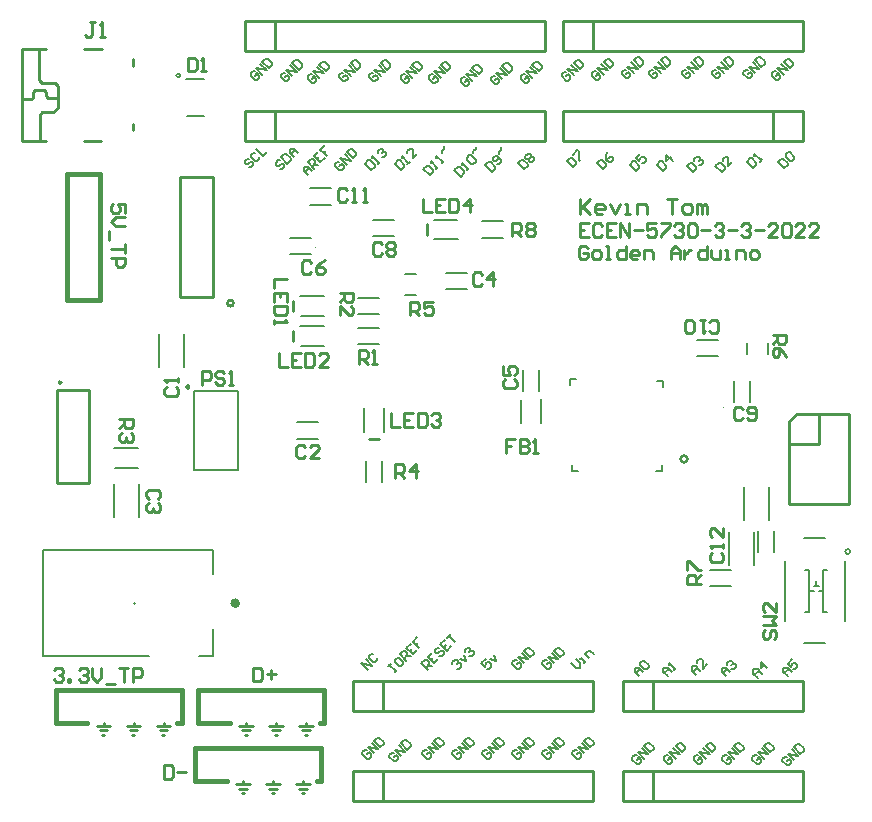
<source format=gto>
G04*
G04 #@! TF.GenerationSoftware,Altium Limited,Altium Designer,22.1.2 (22)*
G04*
G04 Layer_Color=65535*
%FSLAX25Y25*%
%MOIN*%
G70*
G04*
G04 #@! TF.SameCoordinates,AD3CF4ED-2F77-40B5-8B07-5FF5FC0119D8*
G04*
G04*
G04 #@! TF.FilePolarity,Positive*
G04*
G01*
G75*
%ADD10C,0.01000*%
%ADD11C,0.01575*%
%ADD12C,0.00394*%
%ADD13C,0.00600*%
%ADD14C,0.00900*%
%ADD15C,0.00500*%
%ADD16C,0.01500*%
%ADD17C,0.00800*%
D10*
X65235Y170900D02*
G03*
X65235Y170900I-1000J0D01*
G01*
X216518Y119000D02*
G03*
X216518Y119000I-1118J0D01*
G01*
X7898Y144500D02*
G03*
X7898Y144500I-394J0D01*
G01*
X32091Y71000D02*
X32122D01*
X253000Y134000D02*
X270500D01*
X250500Y131500D02*
X253000Y134000D01*
X250500Y104000D02*
Y131500D01*
X260500Y124000D02*
Y134000D01*
X250500Y124000D02*
X260500D01*
X270500Y104000D02*
Y134000D01*
X250500Y104000D02*
X270500D01*
X129700Y193800D02*
Y197200D01*
X-5160Y224874D02*
Y255680D01*
Y224874D02*
X2825D01*
X15525Y224955D02*
X20925D01*
X-5160Y255680D02*
X2625D01*
X3751Y239227D02*
X6651D01*
X3451D02*
X3751D01*
X2651Y240027D02*
X3451Y239227D01*
X2651Y240027D02*
Y241427D01*
X2251Y241827D02*
X2651Y241427D01*
X-1049Y241827D02*
X2251D01*
X-1449Y241427D02*
X-1049Y241827D01*
X-1449Y239627D02*
Y241427D01*
X-2049Y239027D02*
X-1449Y239627D01*
X-4549Y239027D02*
X-2049D01*
X651Y224874D02*
Y233727D01*
X1551Y234627D01*
X5251D01*
X6651Y236027D01*
Y243427D01*
X5751Y244327D02*
X6651Y243427D01*
X1351Y244327D02*
X5751D01*
X351Y245327D02*
X1351Y244327D01*
X351Y245327D02*
Y255527D01*
X15525Y255655D02*
X21325D01*
X31651Y228569D02*
Y230729D01*
Y249823D02*
Y252140D01*
X17000Y111000D02*
Y142000D01*
X6500Y111000D02*
X17000D01*
X6500Y142000D02*
X17000D01*
X6500Y111000D02*
Y142000D01*
X66250Y10500D02*
X70750D01*
X68500D02*
Y11527D01*
X67250Y9000D02*
X69750D01*
X68023Y7500D02*
X68750D01*
X76250Y10500D02*
X80750D01*
X78500D02*
Y11527D01*
X77250Y9000D02*
X79750D01*
X78023Y7500D02*
X78750D01*
X86250Y10500D02*
X90750D01*
X88500D02*
Y11527D01*
X87250Y9000D02*
X89750D01*
X88023Y7500D02*
X88750D01*
X19750Y30000D02*
X24250D01*
X22000D02*
Y31027D01*
X20750Y28500D02*
X23250D01*
X21523Y27000D02*
X22250D01*
X29750Y30000D02*
X34250D01*
X32000D02*
Y31027D01*
X30750Y28500D02*
X33250D01*
X31523Y27000D02*
X32250D01*
X39750Y30000D02*
X44250D01*
X42000D02*
Y31027D01*
X40750Y28500D02*
X43250D01*
X41523Y27000D02*
X42250D01*
X67250Y30000D02*
X71750D01*
X69500D02*
Y31027D01*
X68250Y28500D02*
X70750D01*
X69023Y27000D02*
X69750D01*
X77250Y30000D02*
X81750D01*
X79500D02*
Y31027D01*
X78250Y28500D02*
X80750D01*
X79023Y27000D02*
X79750D01*
X87250Y30000D02*
X91750D01*
X89500D02*
Y31027D01*
X88250Y28500D02*
X90750D01*
X89023Y27000D02*
X89750D01*
X110300Y125700D02*
X113700D01*
X85200Y158300D02*
Y161700D01*
Y168300D02*
Y171700D01*
X169000Y225000D02*
Y235000D01*
X79000Y225000D02*
X169000D01*
X79000D02*
Y235000D01*
X69000D02*
X159000D01*
X69000Y225000D02*
Y235000D01*
Y225000D02*
X159000D01*
X79000Y235000D02*
X169000D01*
X195000Y35000D02*
Y40000D01*
Y35000D02*
X205000D01*
Y45000D01*
X255000D01*
Y35000D02*
Y45000D01*
X205000Y35000D02*
X255000D01*
X195000Y45000D02*
X205000D01*
X195000Y40000D02*
Y45000D01*
X169000Y255000D02*
Y265000D01*
X79000Y255000D02*
X169000D01*
X79000D02*
Y265000D01*
X69000D02*
X159000D01*
X69000Y255000D02*
Y265000D01*
Y255000D02*
X159000D01*
X79000Y265000D02*
X169000D01*
X195000Y5000D02*
Y10000D01*
Y5000D02*
X205000D01*
Y15000D01*
X255000D01*
Y5000D02*
Y15000D01*
X205000Y5000D02*
X255000D01*
X195000Y15000D02*
X205000D01*
X195000Y10000D02*
Y15000D01*
X175000Y225000D02*
Y235000D01*
X255000D01*
Y225000D02*
Y235000D01*
X175000Y225000D02*
X255000D01*
X245000D02*
Y235000D01*
X185000Y35000D02*
Y45000D01*
X105000Y35000D02*
X185000D01*
X105000D02*
Y45000D01*
X185000D01*
X115000Y35000D02*
Y45000D01*
X255000Y255000D02*
Y265000D01*
X175000Y255000D02*
X255000D01*
X175000D02*
Y265000D01*
X255000D01*
X185000Y255000D02*
Y265000D01*
Y5000D02*
Y15000D01*
X105000Y5000D02*
X185000D01*
X105000D02*
Y15000D01*
X185000D01*
X115000Y5000D02*
Y15000D01*
X183299Y189249D02*
X182549Y189999D01*
X181050D01*
X180300Y189249D01*
Y186250D01*
X181050Y185500D01*
X182549D01*
X183299Y186250D01*
Y187749D01*
X181799D01*
X185548Y185500D02*
X187048D01*
X187798Y186250D01*
Y187749D01*
X187048Y188499D01*
X185548D01*
X184799Y187749D01*
Y186250D01*
X185548Y185500D01*
X189297D02*
X190797D01*
X190047D01*
Y189999D01*
X189297D01*
X196045D02*
Y185500D01*
X193796D01*
X193046Y186250D01*
Y187749D01*
X193796Y188499D01*
X196045D01*
X199794Y185500D02*
X198294D01*
X197544Y186250D01*
Y187749D01*
X198294Y188499D01*
X199794D01*
X200543Y187749D01*
Y186999D01*
X197544D01*
X202043Y185500D02*
Y188499D01*
X204292D01*
X205042Y187749D01*
Y185500D01*
X211040D02*
Y188499D01*
X212540Y189999D01*
X214039Y188499D01*
Y185500D01*
Y187749D01*
X211040D01*
X215539Y188499D02*
Y185500D01*
Y186999D01*
X216288Y187749D01*
X217038Y188499D01*
X217788D01*
X223036Y189999D02*
Y185500D01*
X220787D01*
X220037Y186250D01*
Y187749D01*
X220787Y188499D01*
X223036D01*
X224536D02*
Y186250D01*
X225286Y185500D01*
X227535D01*
Y188499D01*
X229034Y185500D02*
X230534D01*
X229784D01*
Y188499D01*
X229034D01*
X232783Y185500D02*
Y188499D01*
X235032D01*
X235782Y187749D01*
Y185500D01*
X238031D02*
X239531D01*
X240281Y186250D01*
Y187749D01*
X239531Y188499D01*
X238031D01*
X237282Y187749D01*
Y186250D01*
X238031Y185500D01*
X183599Y197499D02*
X180600D01*
Y193000D01*
X183599D01*
X180600Y195249D02*
X182099D01*
X188098Y196749D02*
X187348Y197499D01*
X185848D01*
X185099Y196749D01*
Y193750D01*
X185848Y193000D01*
X187348D01*
X188098Y193750D01*
X192596Y197499D02*
X189597D01*
Y193000D01*
X192596D01*
X189597Y195249D02*
X191097D01*
X194096Y193000D02*
Y197499D01*
X197095Y193000D01*
Y197499D01*
X198594Y195249D02*
X201593D01*
X206092Y197499D02*
X203093D01*
Y195249D01*
X204592Y195999D01*
X205342D01*
X206092Y195249D01*
Y193750D01*
X205342Y193000D01*
X203842D01*
X203093Y193750D01*
X207591Y197499D02*
X210590D01*
Y196749D01*
X207591Y193750D01*
Y193000D01*
X212090Y196749D02*
X212840Y197499D01*
X214339D01*
X215089Y196749D01*
Y195999D01*
X214339Y195249D01*
X213589D01*
X214339D01*
X215089Y194500D01*
Y193750D01*
X214339Y193000D01*
X212840D01*
X212090Y193750D01*
X216588Y196749D02*
X217338Y197499D01*
X218838D01*
X219587Y196749D01*
Y193750D01*
X218838Y193000D01*
X217338D01*
X216588Y193750D01*
Y196749D01*
X221087Y195249D02*
X224086D01*
X225586Y196749D02*
X226335Y197499D01*
X227835D01*
X228585Y196749D01*
Y195999D01*
X227835Y195249D01*
X227085D01*
X227835D01*
X228585Y194500D01*
Y193750D01*
X227835Y193000D01*
X226335D01*
X225586Y193750D01*
X230084Y195249D02*
X233083D01*
X234583Y196749D02*
X235332Y197499D01*
X236832D01*
X237582Y196749D01*
Y195999D01*
X236832Y195249D01*
X236082D01*
X236832D01*
X237582Y194500D01*
Y193750D01*
X236832Y193000D01*
X235332D01*
X234583Y193750D01*
X239081Y195249D02*
X242080D01*
X246579Y193000D02*
X243580D01*
X246579Y195999D01*
Y196749D01*
X245829Y197499D01*
X244330D01*
X243580Y196749D01*
X248078D02*
X248828Y197499D01*
X250327D01*
X251077Y196749D01*
Y193750D01*
X250327Y193000D01*
X248828D01*
X248078Y193750D01*
Y196749D01*
X255576Y193000D02*
X252577D01*
X255576Y195999D01*
Y196749D01*
X254826Y197499D01*
X253327D01*
X252577Y196749D01*
X260074Y193000D02*
X257075D01*
X260074Y195999D01*
Y196749D01*
X259325Y197499D01*
X257825D01*
X257075Y196749D01*
X180700Y205698D02*
Y200700D01*
Y202366D01*
X184032Y205698D01*
X181533Y203199D01*
X184032Y200700D01*
X188198D02*
X186531D01*
X185698Y201533D01*
Y203199D01*
X186531Y204032D01*
X188198D01*
X189031Y203199D01*
Y202366D01*
X185698D01*
X190697Y204032D02*
X192363Y200700D01*
X194029Y204032D01*
X195695Y200700D02*
X197361D01*
X196528D01*
Y204032D01*
X195695D01*
X199861Y200700D02*
Y204032D01*
X202360D01*
X203193Y203199D01*
Y200700D01*
X209857Y205698D02*
X213190D01*
X211523D01*
Y200700D01*
X215689D02*
X217355D01*
X218188Y201533D01*
Y203199D01*
X217355Y204032D01*
X215689D01*
X214856Y203199D01*
Y201533D01*
X215689Y200700D01*
X219854D02*
Y204032D01*
X220687D01*
X221520Y203199D01*
Y200700D01*
Y203199D01*
X222353Y204032D01*
X223186Y203199D01*
Y200700D01*
X159151Y125493D02*
X156152D01*
Y123244D01*
X157651D01*
X156152D01*
Y120995D01*
X160650Y125493D02*
Y120995D01*
X162899D01*
X163649Y121745D01*
Y122494D01*
X162899Y123244D01*
X160650D01*
X162899D01*
X163649Y123994D01*
Y124744D01*
X162899Y125493D01*
X160650D01*
X165149Y120995D02*
X166648D01*
X165899D01*
Y125493D01*
X165149Y124744D01*
X42051Y16949D02*
Y12451D01*
X44300D01*
X45050Y13201D01*
Y16199D01*
X44300Y16949D01*
X42051D01*
X46550Y14700D02*
X49549D01*
X28924Y201098D02*
Y204097D01*
X26675D01*
X27425Y202597D01*
Y201847D01*
X26675Y201098D01*
X25175D01*
X24426Y201847D01*
Y203347D01*
X25175Y204097D01*
X28924Y199598D02*
X25925D01*
X24426Y198099D01*
X25925Y196599D01*
X28924D01*
X23676Y195099D02*
Y192101D01*
X28924Y190601D02*
Y187602D01*
Y189101D01*
X24426D01*
Y186102D02*
X28924D01*
Y183853D01*
X28174Y183103D01*
X26675D01*
X25925Y183853D01*
Y186102D01*
X5480Y48474D02*
X6230Y49224D01*
X7729D01*
X8479Y48474D01*
Y47725D01*
X7729Y46975D01*
X6979D01*
X7729D01*
X8479Y46225D01*
Y45475D01*
X7729Y44726D01*
X6230D01*
X5480Y45475D01*
X9978Y44726D02*
Y45475D01*
X10728D01*
Y44726D01*
X9978D01*
X13727Y48474D02*
X14477Y49224D01*
X15976D01*
X16726Y48474D01*
Y47725D01*
X15976Y46975D01*
X15227D01*
X15976D01*
X16726Y46225D01*
Y45475D01*
X15976Y44726D01*
X14477D01*
X13727Y45475D01*
X18226Y49224D02*
Y46225D01*
X19725Y44726D01*
X21225Y46225D01*
Y49224D01*
X22724Y43976D02*
X25723D01*
X27223Y49224D02*
X30222D01*
X28722D01*
Y44726D01*
X31721D02*
Y49224D01*
X33970D01*
X34720Y48474D01*
Y46975D01*
X33970Y46225D01*
X31721D01*
X71851Y49449D02*
Y44951D01*
X74101D01*
X74850Y45700D01*
Y48700D01*
X74101Y49449D01*
X71851D01*
X76350Y47200D02*
X79349D01*
X77849Y48700D02*
Y45700D01*
X242500Y62001D02*
X241751Y61251D01*
Y59752D01*
X242500Y59002D01*
X243250D01*
X244000Y59752D01*
Y61251D01*
X244750Y62001D01*
X245499D01*
X246249Y61251D01*
Y59752D01*
X245499Y59002D01*
X241751Y63500D02*
X246249D01*
X244750Y65000D01*
X246249Y66500D01*
X241751D01*
X246249Y70998D02*
Y67999D01*
X243250Y70998D01*
X242500D01*
X241751Y70248D01*
Y68749D01*
X242500Y67999D01*
X158251Y193251D02*
Y197749D01*
X160501D01*
X161250Y197000D01*
Y195500D01*
X160501Y194750D01*
X158251D01*
X159751D02*
X161250Y193251D01*
X162750Y197000D02*
X163499Y197749D01*
X164999D01*
X165749Y197000D01*
Y196250D01*
X164999Y195500D01*
X165749Y194750D01*
Y194000D01*
X164999Y193251D01*
X163499D01*
X162750Y194000D01*
Y194750D01*
X163499Y195500D01*
X162750Y196250D01*
Y197000D01*
X163499Y195500D02*
X164999D01*
X220949Y77451D02*
X216451D01*
Y79700D01*
X217200Y80450D01*
X218700D01*
X219450Y79700D01*
Y77451D01*
Y78951D02*
X220949Y80450D01*
X216451Y81950D02*
Y84949D01*
X217200D01*
X220199Y81950D01*
X220949D01*
X244951Y160449D02*
X249449D01*
Y158200D01*
X248699Y157450D01*
X247200D01*
X246450Y158200D01*
Y160449D01*
Y158949D02*
X244951Y157450D01*
X249449Y152951D02*
X248699Y154451D01*
X247200Y155950D01*
X245701D01*
X244951Y155201D01*
Y153701D01*
X245701Y152951D01*
X246450D01*
X247200Y153701D01*
Y155950D01*
X124251Y166951D02*
Y171449D01*
X126500D01*
X127250Y170700D01*
Y169200D01*
X126500Y168450D01*
X124251D01*
X125751D02*
X127250Y166951D01*
X131749Y171449D02*
X128750D01*
Y169200D01*
X130249Y169950D01*
X130999D01*
X131749Y169200D01*
Y167701D01*
X130999Y166951D01*
X129499D01*
X128750Y167701D01*
X119251Y112751D02*
Y117249D01*
X121501D01*
X122250Y116499D01*
Y115000D01*
X121501Y114250D01*
X119251D01*
X120751D02*
X122250Y112751D01*
X125999D02*
Y117249D01*
X123750Y115000D01*
X126749D01*
X27251Y132149D02*
X31749D01*
Y129900D01*
X30999Y129150D01*
X29500D01*
X28750Y129900D01*
Y132149D01*
Y130649D02*
X27251Y129150D01*
X30999Y127650D02*
X31749Y126900D01*
Y125401D01*
X30999Y124651D01*
X30250D01*
X29500Y125401D01*
Y126151D01*
Y125401D01*
X28750Y124651D01*
X28001D01*
X27251Y125401D01*
Y126900D01*
X28001Y127650D01*
X100751Y174349D02*
X105249D01*
Y172099D01*
X104499Y171350D01*
X103000D01*
X102250Y172099D01*
Y174349D01*
Y172849D02*
X100751Y171350D01*
Y166851D02*
Y169850D01*
X103750Y166851D01*
X104499D01*
X105249Y167601D01*
Y169100D01*
X104499Y169850D01*
X107001Y150751D02*
Y155249D01*
X109250D01*
X110000Y154499D01*
Y153000D01*
X109250Y152250D01*
X107001D01*
X108501D02*
X110000Y150751D01*
X111500D02*
X112999D01*
X112249D01*
Y155249D01*
X111500Y154499D01*
X54752Y143751D02*
Y148249D01*
X57001D01*
X57751Y147500D01*
Y146000D01*
X57001Y145250D01*
X54752D01*
X62249Y147500D02*
X61500Y148249D01*
X60000D01*
X59250Y147500D01*
Y146750D01*
X60000Y146000D01*
X61500D01*
X62249Y145250D01*
Y144501D01*
X61500Y143751D01*
X60000D01*
X59250Y144501D01*
X63749Y143751D02*
X65248D01*
X64499D01*
Y148249D01*
X63749Y147500D01*
X128253Y205749D02*
Y201251D01*
X131252D01*
X135750Y205749D02*
X132751D01*
Y201251D01*
X135750D01*
X132751Y203500D02*
X134251D01*
X137250Y205749D02*
Y201251D01*
X139499D01*
X140249Y202000D01*
Y204999D01*
X139499Y205749D01*
X137250D01*
X143998Y201251D02*
Y205749D01*
X141748Y203500D01*
X144747D01*
X117753Y134249D02*
Y129751D01*
X120752D01*
X125250Y134249D02*
X122251D01*
Y129751D01*
X125250D01*
X122251Y132000D02*
X123751D01*
X126750Y134249D02*
Y129751D01*
X128999D01*
X129749Y130500D01*
Y133500D01*
X128999Y134249D01*
X126750D01*
X131248Y133500D02*
X131998Y134249D01*
X133498D01*
X134247Y133500D01*
Y132750D01*
X133498Y132000D01*
X132748D01*
X133498D01*
X134247Y131250D01*
Y130500D01*
X133498Y129751D01*
X131998D01*
X131248Y130500D01*
X80253Y154249D02*
Y149751D01*
X83252D01*
X87750Y154249D02*
X84751D01*
Y149751D01*
X87750D01*
X84751Y152000D02*
X86251D01*
X89250Y154249D02*
Y149751D01*
X91499D01*
X92249Y150501D01*
Y153499D01*
X91499Y154249D01*
X89250D01*
X96747Y149751D02*
X93748D01*
X96747Y152750D01*
Y153499D01*
X95998Y154249D01*
X94498D01*
X93748Y153499D01*
X83149Y178898D02*
X78651D01*
Y175899D01*
X83149Y171400D02*
Y174399D01*
X78651D01*
Y171400D01*
X80900Y174399D02*
Y172899D01*
X83149Y169901D02*
X78651D01*
Y167651D01*
X79400Y166901D01*
X82399D01*
X83149Y167651D01*
Y169901D01*
X78651Y165402D02*
Y163902D01*
Y164652D01*
X83149D01*
X82399Y165402D01*
X19000Y264499D02*
X17334D01*
X18167D01*
Y260334D01*
X17334Y259501D01*
X16501D01*
X15668Y260334D01*
X20666Y259501D02*
X22332D01*
X21499D01*
Y264499D01*
X20666Y263666D01*
X50001Y252749D02*
Y248251D01*
X52250D01*
X53000Y249001D01*
Y251999D01*
X52250Y252749D01*
X50001D01*
X54500Y248251D02*
X55999D01*
X55249D01*
Y252749D01*
X54500Y251999D01*
X224800Y87676D02*
X224051Y86926D01*
Y85427D01*
X224800Y84677D01*
X227800D01*
X228549Y85427D01*
Y86926D01*
X227800Y87676D01*
X228549Y89175D02*
Y90675D01*
Y89925D01*
X224051D01*
X224800Y89175D01*
X228549Y95923D02*
Y92924D01*
X225550Y95923D01*
X224800D01*
X224051Y95173D01*
Y93674D01*
X224800Y92924D01*
X103126Y208500D02*
X102376Y209249D01*
X100876D01*
X100127Y208500D01*
Y205501D01*
X100876Y204751D01*
X102376D01*
X103126Y205501D01*
X104625Y204751D02*
X106125D01*
X105375D01*
Y209249D01*
X104625Y208500D01*
X108374Y204751D02*
X109873D01*
X109124D01*
Y209249D01*
X108374Y208500D01*
X223856Y161600D02*
X224605Y160851D01*
X226105D01*
X226855Y161600D01*
Y164600D01*
X226105Y165349D01*
X224605D01*
X223856Y164600D01*
X222356Y165349D02*
X220857D01*
X221606D01*
Y160851D01*
X222356Y161600D01*
X218607D02*
X217858Y160851D01*
X216358D01*
X215608Y161600D01*
Y164600D01*
X216358Y165349D01*
X217858D01*
X218607Y164600D01*
Y161600D01*
X234950Y135699D02*
X234201Y136449D01*
X232701D01*
X231951Y135699D01*
Y132701D01*
X232701Y131951D01*
X234201D01*
X234950Y132701D01*
X236450D02*
X237199Y131951D01*
X238699D01*
X239449Y132701D01*
Y135699D01*
X238699Y136449D01*
X237199D01*
X236450Y135699D01*
Y134950D01*
X237199Y134200D01*
X239449D01*
X114750Y190499D02*
X114000Y191249D01*
X112501D01*
X111751Y190499D01*
Y187501D01*
X112501Y186751D01*
X114000D01*
X114750Y187501D01*
X116250Y190499D02*
X116999Y191249D01*
X118499D01*
X119249Y190499D01*
Y189750D01*
X118499Y189000D01*
X119249Y188250D01*
Y187501D01*
X118499Y186751D01*
X116999D01*
X116250Y187501D01*
Y188250D01*
X116999Y189000D01*
X116250Y189750D01*
Y190499D01*
X116999Y189000D02*
X118499D01*
X91150Y184399D02*
X90400Y185149D01*
X88901D01*
X88151Y184399D01*
Y181401D01*
X88901Y180651D01*
X90400D01*
X91150Y181401D01*
X95649Y185149D02*
X94149Y184399D01*
X92650Y182900D01*
Y181401D01*
X93400Y180651D01*
X94899D01*
X95649Y181401D01*
Y182150D01*
X94899Y182900D01*
X92650D01*
X155901Y145550D02*
X155151Y144800D01*
Y143301D01*
X155901Y142551D01*
X158899D01*
X159649Y143301D01*
Y144800D01*
X158899Y145550D01*
X155151Y150049D02*
Y147050D01*
X157400D01*
X156650Y148549D01*
Y149299D01*
X157400Y150049D01*
X158899D01*
X159649Y149299D01*
Y147800D01*
X158899Y147050D01*
X148050Y180400D02*
X147301Y181149D01*
X145801D01*
X145051Y180400D01*
Y177401D01*
X145801Y176651D01*
X147301D01*
X148050Y177401D01*
X151799Y176651D02*
Y181149D01*
X149550Y178900D01*
X152549D01*
X39999Y105750D02*
X40749Y106500D01*
Y107999D01*
X39999Y108749D01*
X37001D01*
X36251Y107999D01*
Y106500D01*
X37001Y105750D01*
X39999Y104250D02*
X40749Y103500D01*
Y102001D01*
X39999Y101251D01*
X39250D01*
X38500Y102001D01*
Y102751D01*
Y102001D01*
X37750Y101251D01*
X37001D01*
X36251Y102001D01*
Y103500D01*
X37001Y104250D01*
X89250Y123000D02*
X88500Y123749D01*
X87001D01*
X86251Y123000D01*
Y120001D01*
X87001Y119251D01*
X88500D01*
X89250Y120001D01*
X93749Y119251D02*
X90750D01*
X93749Y122250D01*
Y123000D01*
X92999Y123749D01*
X91500D01*
X90750Y123000D01*
X43001Y143000D02*
X42251Y142250D01*
Y140751D01*
X43001Y140001D01*
X46000D01*
X46749Y140751D01*
Y142250D01*
X46000Y143000D01*
X46749Y144500D02*
Y145999D01*
Y145249D01*
X42251D01*
X43001Y144500D01*
D11*
X66610Y70900D02*
G03*
X66610Y70900I-787J0D01*
G01*
D12*
X228497Y136100D02*
G03*
X228497Y136100I-197J0D01*
G01*
X92697Y189500D02*
G03*
X92697Y189500I-197J0D01*
G01*
D13*
X270806Y88100D02*
G03*
X270806Y88100I-806J0D01*
G01*
X50601Y143000D02*
G03*
X50601Y143000I-707J0D01*
G01*
X47407Y246800D02*
G03*
X47407Y246800I-707J0D01*
G01*
X235500Y98700D02*
Y109700D01*
X243900Y98700D02*
Y109700D01*
X178000Y115000D02*
X180000D01*
X178000D02*
Y117000D01*
X208223Y115045D02*
Y117045D01*
X206223Y115045D02*
X208223D01*
X206394Y145101D02*
X208394D01*
Y143101D02*
Y145101D01*
X177500Y145500D02*
X179500D01*
X177500Y143500D02*
Y145500D01*
X219700Y153200D02*
X226700D01*
X219700Y158600D02*
X226700D01*
X255500Y57500D02*
X262500D01*
X255500Y92500D02*
X262500D01*
X255700Y82000D02*
X257000D01*
X255700Y68000D02*
X257000D01*
X261700D02*
X263100D01*
X261700Y82000D02*
X263100D01*
X258700Y76700D02*
X260300D01*
X259500D02*
Y78300D01*
X249000Y65000D02*
Y85000D01*
X269000Y65000D02*
Y85000D01*
X257000Y68000D02*
Y82000D01*
X261700Y68000D02*
Y82000D01*
X260258Y74998D02*
X261658D01*
X257058Y75048D02*
X258658D01*
X86300Y125800D02*
X93300D01*
X86300Y131200D02*
X93300D01*
X132000Y198800D02*
X139900D01*
X132100Y192200D02*
X140000D01*
X111800Y193300D02*
X118800D01*
X111800Y198700D02*
X118800D01*
X84100Y192700D02*
X91100D01*
X84100Y187300D02*
X91100D01*
X25500Y122700D02*
X33400D01*
X25600Y116100D02*
X33500D01*
X52200Y115300D02*
X66800D01*
Y141700D01*
X52200D02*
X66800D01*
X52200Y115300D02*
Y141700D01*
X90800Y203800D02*
X97800D01*
X90800Y209200D02*
X97800D01*
X136000Y181100D02*
X143000D01*
X136000Y175700D02*
X143000D01*
X25300Y99500D02*
Y110500D01*
X33700Y99500D02*
Y110500D01*
X108700Y128000D02*
Y135900D01*
X115300Y128100D02*
Y136000D01*
X109300Y111200D02*
Y118200D01*
X114700Y111200D02*
Y118200D01*
X122400Y180700D02*
X126200D01*
X122400Y173700D02*
X126200D01*
X236500Y154000D02*
Y157800D01*
X243500Y154000D02*
Y157800D01*
X224000Y76500D02*
X231000D01*
X224000Y81900D02*
X231000D01*
X230300Y83600D02*
Y94600D01*
X238700Y83600D02*
Y94600D01*
X240100Y87900D02*
Y94900D01*
X245500Y87900D02*
Y94900D01*
X148200Y198200D02*
X155200D01*
X148200Y192800D02*
X155200D01*
X237400Y138100D02*
Y145100D01*
X232000Y138100D02*
Y145100D01*
X106700Y162700D02*
X113700D01*
X106700Y157300D02*
X113700D01*
X87500Y163300D02*
X95400D01*
X87600Y156700D02*
X95500D01*
X87500Y173300D02*
X95400D01*
X87600Y166700D02*
X95500D01*
X106700Y172700D02*
X113700D01*
X106700Y167300D02*
X113700D01*
X161800Y141600D02*
Y148600D01*
X167200Y141600D02*
Y148600D01*
X161100Y130900D02*
Y138800D01*
X167700Y131000D02*
Y138900D01*
X48700Y149500D02*
Y160500D01*
X40300Y149500D02*
Y160500D01*
D14*
X58335Y172944D02*
Y213062D01*
X47435D02*
X58335D01*
X47435Y172944D02*
Y213062D01*
Y172944D02*
X58335D01*
D15*
X1776Y53284D02*
X37012D01*
X58469Y80500D02*
Y88717D01*
X1776D02*
X58469D01*
X1776Y53284D02*
Y88717D01*
X58469Y53284D02*
Y62300D01*
X53722Y53284D02*
X58469D01*
X70347Y218981D02*
X69640Y218981D01*
X68933Y218274D01*
Y217567D01*
X69286Y217214D01*
X69993Y217214D01*
X70700Y217921D01*
X71407Y217921D01*
X71760Y217567D01*
X71760Y216860D01*
X71053Y216153D01*
X70347D01*
X72467Y221102D02*
X71760Y221102D01*
X71053Y220395D01*
Y219688D01*
X72467Y218274D01*
X73174D01*
X73881Y218981D01*
X73881Y219688D01*
X72821Y222162D02*
X74941Y220041D01*
X76355Y221455D01*
X80747Y218481D02*
X80040Y218481D01*
X79333Y217774D01*
Y217067D01*
X79686Y216714D01*
X80393Y216714D01*
X81100Y217421D01*
X81807Y217421D01*
X82160Y217067D01*
X82160Y216360D01*
X81453Y215653D01*
X80747D01*
X81100Y219541D02*
X83221Y217421D01*
X84281Y218481D01*
X84281Y219188D01*
X82867Y220602D01*
X82160Y220602D01*
X81100Y219541D01*
X85341D02*
X83928Y220955D01*
Y222369D01*
X85341D01*
X86755Y220955D01*
X85695Y222015D01*
X84281Y220602D01*
X90000Y213600D02*
X88586Y215014D01*
Y216427D01*
X90000D01*
X91414Y215014D01*
X90353Y216074D01*
X88940Y214660D01*
X92121Y215721D02*
X90000Y217841D01*
X91060Y218902D01*
X91767Y218902D01*
X92474Y218195D01*
Y217488D01*
X91414Y216427D01*
X92121Y217134D02*
X93534Y217134D01*
Y221376D02*
X92121Y219962D01*
X94241Y217841D01*
X95655Y219255D01*
X93181Y218902D02*
X93888Y219608D01*
X95655Y223496D02*
X94241Y222082D01*
X95302Y221022D01*
X96008Y221729D01*
X95302Y221022D01*
X96362Y219962D01*
X100547Y218081D02*
X99840Y218081D01*
X99133Y217374D01*
Y216667D01*
X100547Y215253D01*
X101253D01*
X101960Y215960D01*
X101960Y216667D01*
X101253Y217374D01*
X100547Y216667D01*
X103021Y217021D02*
X100900Y219141D01*
X104434Y218434D01*
X102314Y220555D01*
X103021Y221262D02*
X105141Y219141D01*
X106202Y220202D01*
X106202Y220908D01*
X104788Y222322D01*
X104081D01*
X103021Y221262D01*
X109079Y217421D02*
X111200Y215300D01*
X112260Y216360D01*
X112260Y217067D01*
X110847Y218481D01*
X110140Y218481D01*
X109079Y217421D01*
X113321D02*
X114028Y218127D01*
X113674Y217774D01*
X111553Y219895D01*
Y219188D01*
X113321Y220955D02*
Y221662D01*
X114028Y222369D01*
X114734D01*
X115088Y222015D01*
Y221308D01*
X114734Y220955D01*
X115088Y221308D01*
X115795Y221308D01*
X116148Y220955D01*
X116148Y220248D01*
X115441Y219541D01*
X114734D01*
X118979Y217421D02*
X121100Y215300D01*
X122160Y216360D01*
X122160Y217067D01*
X120747Y218481D01*
X120040Y218481D01*
X118979Y217421D01*
X123221D02*
X123927Y218127D01*
X123574Y217774D01*
X121453Y219895D01*
Y219188D01*
X126402Y220602D02*
X124988Y219188D01*
Y222015D01*
X124634Y222369D01*
X123927D01*
X123221Y221662D01*
Y220955D01*
X128579Y215721D02*
X130700Y213600D01*
X131760Y214660D01*
X131760Y215367D01*
X130347Y216781D01*
X129640Y216781D01*
X128579Y215721D01*
X132821D02*
X133528Y216427D01*
X133174Y216074D01*
X131053Y218195D01*
Y217488D01*
X134588D02*
X135295Y218195D01*
X134941Y217841D01*
X132821Y219962D01*
Y219255D01*
X134588Y221022D02*
Y221729D01*
X135295Y222436D01*
X135295Y223143D01*
X138879Y215221D02*
X141000Y213100D01*
X142060Y214160D01*
X142060Y214867D01*
X140647Y216281D01*
X139940Y216281D01*
X138879Y215221D01*
X143121D02*
X143827Y215928D01*
X143474Y215574D01*
X141353Y217695D01*
Y216988D01*
X143121Y218755D02*
Y219462D01*
X143827Y220169D01*
X144534D01*
X145948Y218755D01*
X145948Y218048D01*
X145241Y217341D01*
X144534D01*
X143121Y218755D01*
X145241Y220876D02*
Y221583D01*
X145948Y222289D01*
X145948Y222996D01*
X149179Y216821D02*
X151300Y214700D01*
X152360Y215760D01*
X152360Y216467D01*
X150947Y217881D01*
X150240Y217881D01*
X149179Y216821D01*
X153067Y217174D02*
X153774D01*
X154481Y217881D01*
X154481Y218588D01*
X153067Y220002D01*
X152360Y220002D01*
X151653Y219295D01*
Y218588D01*
X152007Y218234D01*
X152714Y218234D01*
X153774Y219295D01*
Y220708D02*
Y221415D01*
X154481Y222122D01*
X154481Y222829D01*
X160079Y217621D02*
X162200Y215500D01*
X163260Y216560D01*
X163260Y217267D01*
X161847Y218681D01*
X161140Y218681D01*
X160079Y217621D01*
X162553Y219388D02*
Y220095D01*
X163260Y220802D01*
X163967Y220802D01*
X164321Y220448D01*
Y219741D01*
X165027Y219741D01*
X165381Y219388D01*
X165381Y218681D01*
X164674Y217974D01*
X163967D01*
X163614Y218327D01*
Y219034D01*
X162907Y219034D01*
X162553Y219388D01*
X163614Y219034D02*
X164321Y219741D01*
X249969Y46488D02*
X248555Y47902D01*
Y49316D01*
X249969D01*
X251382Y47902D01*
X250322Y48962D01*
X248908Y47548D01*
X251382Y52143D02*
X249969Y50730D01*
X251029Y49669D01*
X251382Y50730D01*
X251736Y51083D01*
X252443D01*
X253149Y50376D01*
X253150Y49669D01*
X252443Y48962D01*
X251736D01*
X239968Y45988D02*
X238555Y47402D01*
Y48816D01*
X239968D01*
X241382Y47402D01*
X240322Y48462D01*
X238908Y47049D01*
X243149Y49169D02*
X241029Y51290D01*
X241029Y49169D01*
X242443Y50583D01*
X229468Y46488D02*
X228055Y47902D01*
Y49316D01*
X229468D01*
X230882Y47902D01*
X229822Y48962D01*
X228408Y47548D01*
X229822Y50376D02*
Y51083D01*
X230529Y51790D01*
X231236Y51790D01*
X231589Y51436D01*
Y50730D01*
X231236Y50376D01*
X231589Y50730D01*
X232296Y50730D01*
X232649Y50376D01*
X232649Y49669D01*
X231943Y48962D01*
X231236D01*
X219468Y46988D02*
X218055Y48402D01*
Y49816D01*
X219468D01*
X220882Y48402D01*
X219822Y49462D01*
X218408Y48048D01*
X223003Y50523D02*
X221589Y49109D01*
Y51936D01*
X221236Y52290D01*
X220529Y52290D01*
X219822Y51583D01*
Y50876D01*
X200468Y46488D02*
X199055Y47902D01*
Y49316D01*
X200468D01*
X201882Y47902D01*
X200822Y48962D01*
X199408Y47548D01*
X200822Y50376D02*
Y51083D01*
X201529Y51790D01*
X202236Y51790D01*
X203649Y50376D01*
X203649Y49669D01*
X202943Y48962D01*
X202236D01*
X200822Y50376D01*
X209968Y46488D02*
X208555Y47902D01*
Y49316D01*
X209968D01*
X211382Y47902D01*
X210322Y48962D01*
X208908Y47548D01*
X212089Y48609D02*
X212796Y49316D01*
X212443Y48962D01*
X210322Y51083D01*
Y50376D01*
X72371Y248181D02*
X71664Y248181D01*
X70957Y247474D01*
Y246767D01*
X72371Y245353D01*
X73078D01*
X73785Y246060D01*
X73785Y246767D01*
X73078Y247474D01*
X72371Y246767D01*
X74845Y247121D02*
X72724Y249241D01*
X76259Y248534D01*
X74138Y250655D01*
X74845Y251362D02*
X76966Y249241D01*
X78026Y250302D01*
X78026Y251009D01*
X76612Y252422D01*
X75905D01*
X74845Y251362D01*
X82371Y247681D02*
X81664Y247681D01*
X80957Y246974D01*
Y246267D01*
X82371Y244853D01*
X83078D01*
X83785Y245560D01*
X83785Y246267D01*
X83078Y246974D01*
X82371Y246267D01*
X84845Y246621D02*
X82724Y248741D01*
X86259Y248034D01*
X84138Y250155D01*
X84845Y250862D02*
X86966Y248741D01*
X88026Y249802D01*
X88026Y250508D01*
X86612Y251922D01*
X85905D01*
X84845Y250862D01*
X91371Y247181D02*
X90664Y247181D01*
X89957Y246474D01*
Y245767D01*
X91371Y244353D01*
X92078D01*
X92785Y245060D01*
X92785Y245767D01*
X92078Y246474D01*
X91371Y245767D01*
X93845Y246121D02*
X91724Y248241D01*
X95259Y247534D01*
X93138Y249655D01*
X93845Y250362D02*
X95966Y248241D01*
X97026Y249302D01*
X97026Y250009D01*
X95612Y251422D01*
X94905D01*
X93845Y250362D01*
X101871Y247681D02*
X101164Y247681D01*
X100457Y246974D01*
Y246267D01*
X101871Y244853D01*
X102578D01*
X103285Y245560D01*
X103285Y246267D01*
X102578Y246974D01*
X101871Y246267D01*
X104345Y246621D02*
X102224Y248741D01*
X105759Y248034D01*
X103638Y250155D01*
X104345Y250862D02*
X106466Y248741D01*
X107526Y249802D01*
X107526Y250508D01*
X106112Y251922D01*
X105405D01*
X104345Y250862D01*
X111871Y247681D02*
X111164Y247681D01*
X110457Y246974D01*
Y246267D01*
X111871Y244853D01*
X112578D01*
X113285Y245560D01*
X113285Y246267D01*
X112578Y246974D01*
X111871Y246267D01*
X114345Y246621D02*
X112224Y248741D01*
X115759Y248034D01*
X113638Y250155D01*
X114345Y250862D02*
X116466Y248741D01*
X117526Y249802D01*
X117526Y250508D01*
X116112Y251922D01*
X115405D01*
X114345Y250862D01*
X122371Y247181D02*
X121664Y247181D01*
X120957Y246474D01*
Y245767D01*
X122371Y244353D01*
X123078D01*
X123785Y245060D01*
X123785Y245767D01*
X123078Y246474D01*
X122371Y245767D01*
X124845Y246121D02*
X122724Y248241D01*
X126259Y247534D01*
X124138Y249655D01*
X124845Y250362D02*
X126966Y248241D01*
X128026Y249302D01*
X128026Y250009D01*
X126612Y251422D01*
X125905D01*
X124845Y250362D01*
X131871Y247181D02*
X131164Y247181D01*
X130457Y246474D01*
Y245767D01*
X131871Y244353D01*
X132578D01*
X133285Y245060D01*
X133285Y245767D01*
X132578Y246474D01*
X131871Y245767D01*
X134345Y246121D02*
X132224Y248241D01*
X135759Y247534D01*
X133638Y249655D01*
X134345Y250362D02*
X136466Y248241D01*
X137526Y249302D01*
X137526Y250009D01*
X136112Y251422D01*
X135405D01*
X134345Y250362D01*
X142371Y246181D02*
X141664Y246181D01*
X140957Y245474D01*
Y244767D01*
X142371Y243353D01*
X143078D01*
X143785Y244060D01*
X143785Y244767D01*
X143078Y245474D01*
X142371Y244767D01*
X144845Y245121D02*
X142724Y247241D01*
X146259Y246534D01*
X144138Y248655D01*
X144845Y249362D02*
X146966Y247241D01*
X148026Y248302D01*
X148026Y249008D01*
X146612Y250422D01*
X145905D01*
X144845Y249362D01*
X152371Y246681D02*
X151664Y246681D01*
X150957Y245974D01*
Y245267D01*
X152371Y243853D01*
X153078D01*
X153785Y244560D01*
X153785Y245267D01*
X153078Y245974D01*
X152371Y245267D01*
X154845Y245621D02*
X152724Y247741D01*
X156259Y247034D01*
X154138Y249155D01*
X154845Y249862D02*
X156966Y247741D01*
X158026Y248802D01*
X158026Y249509D01*
X156612Y250922D01*
X155905D01*
X154845Y249862D01*
X162371Y247181D02*
X161664Y247181D01*
X160957Y246474D01*
Y245767D01*
X162371Y244353D01*
X163078D01*
X163785Y245060D01*
X163785Y245767D01*
X163078Y246474D01*
X162371Y245767D01*
X164845Y246121D02*
X162724Y248241D01*
X166259Y247534D01*
X164138Y249655D01*
X164845Y250362D02*
X166966Y248241D01*
X168026Y249302D01*
X168026Y250009D01*
X166612Y251422D01*
X165905D01*
X164845Y250362D01*
X249647Y19681D02*
X248940Y19681D01*
X248233Y18974D01*
Y18267D01*
X249647Y16853D01*
X250353D01*
X251060Y17560D01*
X251060Y18267D01*
X250353Y18974D01*
X249647Y18267D01*
X252121Y18621D02*
X250000Y20741D01*
X253534Y20034D01*
X251414Y22155D01*
X252121Y22862D02*
X254241Y20741D01*
X255302Y21802D01*
X255302Y22509D01*
X253888Y23922D01*
X253181D01*
X252121Y22862D01*
X239647Y20181D02*
X238940Y20181D01*
X238233Y19474D01*
Y18767D01*
X239647Y17353D01*
X240353D01*
X241060Y18060D01*
X241060Y18767D01*
X240353Y19474D01*
X239647Y18767D01*
X242121Y19121D02*
X240000Y21241D01*
X243534Y20534D01*
X241414Y22655D01*
X242121Y23362D02*
X244241Y21241D01*
X245302Y22302D01*
X245302Y23009D01*
X243888Y24422D01*
X243181D01*
X242121Y23362D01*
X229647Y20181D02*
X228940Y20181D01*
X228233Y19474D01*
Y18767D01*
X229647Y17353D01*
X230353D01*
X231060Y18060D01*
X231060Y18767D01*
X230353Y19474D01*
X229647Y18767D01*
X232121Y19121D02*
X230000Y21241D01*
X233534Y20534D01*
X231414Y22655D01*
X232121Y23362D02*
X234241Y21241D01*
X235302Y22302D01*
X235302Y23009D01*
X233888Y24422D01*
X233181D01*
X232121Y23362D01*
X220147Y20181D02*
X219440Y20181D01*
X218733Y19474D01*
Y18767D01*
X220147Y17353D01*
X220853D01*
X221560Y18060D01*
X221560Y18767D01*
X220853Y19474D01*
X220147Y18767D01*
X222621Y19121D02*
X220500Y21241D01*
X224034Y20534D01*
X221914Y22655D01*
X222621Y23362D02*
X224741Y21241D01*
X225802Y22302D01*
X225802Y23009D01*
X224388Y24422D01*
X223681D01*
X222621Y23362D01*
X199647Y20181D02*
X198940Y20181D01*
X198233Y19474D01*
Y18767D01*
X199647Y17353D01*
X200353D01*
X201060Y18060D01*
X201060Y18767D01*
X200353Y19474D01*
X199647Y18767D01*
X202121Y19121D02*
X200000Y21241D01*
X203534Y20534D01*
X201414Y22655D01*
X202121Y23362D02*
X204241Y21241D01*
X205302Y22302D01*
X205302Y23009D01*
X203888Y24422D01*
X203181D01*
X202121Y23362D01*
X210147Y20181D02*
X209440Y20181D01*
X208733Y19474D01*
Y18767D01*
X210147Y17353D01*
X210853D01*
X211560Y18060D01*
X211560Y18767D01*
X210853Y19474D01*
X210147Y18767D01*
X212621Y19121D02*
X210500Y21241D01*
X214034Y20534D01*
X211914Y22655D01*
X212621Y23362D02*
X214741Y21241D01*
X215802Y22302D01*
X215802Y23009D01*
X214388Y24422D01*
X213681D01*
X212621Y23362D01*
X176379Y218321D02*
X178500Y216200D01*
X179560Y217260D01*
X179560Y217967D01*
X178147Y219381D01*
X177440Y219381D01*
X176379Y218321D01*
X178500Y220441D02*
X179914Y221855D01*
X180267Y221502D01*
Y218674D01*
X180621Y218321D01*
X186379Y217621D02*
X188500Y215500D01*
X189560Y216560D01*
X189560Y217267D01*
X188147Y218681D01*
X187440Y218681D01*
X186379Y217621D01*
X189914Y221155D02*
X189560Y220095D01*
X189560Y218681D01*
X190267Y217974D01*
X190974D01*
X191681Y218681D01*
X191681Y219388D01*
X191328Y219741D01*
X190621Y219741D01*
X189560Y218681D01*
X197379Y217121D02*
X199500Y215000D01*
X200560Y216060D01*
X200560Y216767D01*
X199147Y218181D01*
X198440Y218181D01*
X197379Y217121D01*
X200914Y220655D02*
X199500Y219241D01*
X200560Y218181D01*
X200914Y219241D01*
X201267Y219595D01*
X201974D01*
X202681Y218888D01*
X202681Y218181D01*
X201974Y217474D01*
X201267D01*
X206379Y217121D02*
X208500Y215000D01*
X209560Y216060D01*
X209560Y216767D01*
X208147Y218181D01*
X207440Y218181D01*
X206379Y217121D01*
X211681Y218181D02*
X209560Y220302D01*
X209560Y218181D01*
X210974Y219595D01*
X216379Y216621D02*
X218500Y214500D01*
X219560Y215560D01*
X219560Y216267D01*
X218147Y217681D01*
X217440Y217681D01*
X216379Y216621D01*
X218853Y218388D02*
Y219095D01*
X219560Y219802D01*
X220267Y219802D01*
X220621Y219448D01*
Y218741D01*
X220267Y218388D01*
X220621Y218741D01*
X221327Y218741D01*
X221681Y218388D01*
X221681Y217681D01*
X220974Y216974D01*
X220267D01*
X225879Y216621D02*
X228000Y214500D01*
X229060Y215560D01*
X229060Y216267D01*
X227647Y217681D01*
X226940Y217681D01*
X225879Y216621D01*
X231534Y218034D02*
X230121Y216621D01*
Y219448D01*
X229767Y219802D01*
X229060Y219802D01*
X228353Y219095D01*
Y218388D01*
X236379Y218121D02*
X238500Y216000D01*
X239560Y217060D01*
X239560Y217767D01*
X238147Y219181D01*
X237440Y219181D01*
X236379Y218121D01*
X240621D02*
X241328Y218828D01*
X240974Y218474D01*
X238853Y220595D01*
Y219888D01*
X246779Y218028D02*
X248900Y215907D01*
X249960Y216967D01*
X249960Y217674D01*
X248547Y219088D01*
X247840Y219088D01*
X246779Y218028D01*
X249253Y219795D02*
Y220502D01*
X249960Y221209D01*
X250667Y221209D01*
X252081Y219795D01*
X252081Y219088D01*
X251374Y218381D01*
X250667D01*
X249253Y219795D01*
X177879Y50828D02*
X179293Y49414D01*
X180707D01*
X180707Y50828D01*
X179293Y52241D01*
X182121Y50828D02*
X182827Y51535D01*
X182474Y51181D01*
X181060Y52595D01*
X180707Y52241D01*
X183888Y52595D02*
X182474Y54009D01*
X183534Y55069D01*
X184241D01*
X185302Y54009D01*
X169647Y51888D02*
X168940Y51888D01*
X168233Y51181D01*
Y50474D01*
X169647Y49061D01*
X170353D01*
X171060Y49767D01*
X171060Y50474D01*
X170353Y51181D01*
X169647Y50474D01*
X172121Y50828D02*
X170000Y52948D01*
X173534Y52241D01*
X171414Y54362D01*
X172121Y55069D02*
X174241Y52948D01*
X175302Y54009D01*
X175302Y54716D01*
X173888Y56129D01*
X173181D01*
X172121Y55069D01*
X159647Y51888D02*
X158940Y51888D01*
X158233Y51181D01*
Y50474D01*
X159647Y49061D01*
X160353D01*
X161060Y49767D01*
X161060Y50474D01*
X160353Y51181D01*
X159647Y50474D01*
X162121Y50828D02*
X160000Y52948D01*
X163534Y52241D01*
X161414Y54362D01*
X162121Y55069D02*
X164241Y52948D01*
X165302Y54009D01*
X165302Y54716D01*
X163888Y56129D01*
X163181D01*
X162121Y55069D01*
X149293Y52241D02*
X147879Y50828D01*
X148940Y49767D01*
X149293Y50828D01*
X149647Y51181D01*
X150353D01*
X151060Y50474D01*
X151060Y49767D01*
X150353Y49061D01*
X149647D01*
X150707Y52241D02*
X152828Y51535D01*
X152121Y53655D01*
X138233Y50474D02*
Y51181D01*
X138940Y51888D01*
X139647Y51888D01*
X140000Y51535D01*
Y50828D01*
X139647Y50474D01*
X140000Y50828D01*
X140707Y50828D01*
X141060Y50474D01*
X141060Y49767D01*
X140353Y49061D01*
X139647D01*
X140707Y52241D02*
X142827Y51535D01*
X142121Y53655D01*
X142474Y54716D02*
Y55423D01*
X143181Y56129D01*
X143888D01*
X144241Y55776D01*
Y55069D01*
X143888Y54716D01*
X144241Y55069D01*
X144948Y55069D01*
X145302Y54716D01*
X145302Y54009D01*
X144595Y53302D01*
X143888D01*
X130000Y48707D02*
X127879Y50828D01*
X128940Y51888D01*
X129647Y51888D01*
X130353Y51181D01*
X130353Y50474D01*
X129293Y49414D01*
X130000Y50121D02*
X131414Y50121D01*
Y54362D02*
X130000Y52948D01*
X132121Y50828D01*
X133534Y52241D01*
X131060Y51888D02*
X131767Y52595D01*
X133888Y56129D02*
X133181D01*
X132474Y55423D01*
Y54716D01*
X132827Y54362D01*
X133534Y54362D01*
X134241Y55069D01*
X134948Y55069D01*
X135302Y54716D01*
X135302Y54009D01*
X134595Y53302D01*
X133888D01*
X135655Y58603D02*
X134241Y57190D01*
X136362Y55069D01*
X137776Y56483D01*
X135302Y56129D02*
X136009Y56836D01*
X136362Y59310D02*
X137776Y60724D01*
X137069Y60017D01*
X139189Y57897D01*
X116879Y49959D02*
X117586Y50666D01*
X117233Y50313D01*
X119353Y48192D01*
X119000Y47839D01*
X119707Y48546D01*
Y52787D02*
X119000Y52080D01*
Y51373D01*
X120414Y49959D01*
X121121D01*
X121827Y50666D01*
Y51373D01*
X120414Y52787D01*
X119707Y52787D01*
X122888Y51726D02*
X120767Y53847D01*
X121827Y54907D01*
X122534D01*
X123241Y54201D01*
X123241Y53494D01*
X122181Y52433D01*
X122888Y53140D02*
X124302Y53140D01*
Y57381D02*
X122888Y55968D01*
X125008Y53847D01*
X126422Y55261D01*
X123948Y54907D02*
X124655Y55614D01*
X126422Y59502D02*
X125008Y58088D01*
X126069Y57028D01*
X126776Y57735D01*
X126069Y57028D01*
X127129Y55968D01*
X110000Y48707D02*
X107879Y50828D01*
X111414Y50121D01*
X109293Y52241D01*
X111767Y54009D02*
X111060Y54009D01*
X110353Y53302D01*
Y52595D01*
X111767Y51181D01*
X112474D01*
X113181Y51888D01*
X113181Y52595D01*
X246147Y248181D02*
X245440Y248181D01*
X244733Y247474D01*
Y246767D01*
X246147Y245353D01*
X246853D01*
X247560Y246060D01*
X247560Y246767D01*
X246853Y247474D01*
X246147Y246767D01*
X248621Y247121D02*
X246500Y249241D01*
X250034Y248534D01*
X247914Y250655D01*
X248621Y251362D02*
X250741Y249241D01*
X251802Y250302D01*
X251802Y251009D01*
X250388Y252422D01*
X249681D01*
X248621Y251362D01*
X236647Y248681D02*
X235940Y248681D01*
X235233Y247974D01*
Y247267D01*
X236647Y245853D01*
X237353D01*
X238060Y246560D01*
X238060Y247267D01*
X237353Y247974D01*
X236647Y247267D01*
X239121Y247621D02*
X237000Y249741D01*
X240534Y249034D01*
X238414Y251155D01*
X239121Y251862D02*
X241241Y249741D01*
X242302Y250802D01*
X242302Y251508D01*
X240888Y252922D01*
X240181D01*
X239121Y251862D01*
X226147Y248681D02*
X225440Y248681D01*
X224733Y247974D01*
Y247267D01*
X226147Y245853D01*
X226853D01*
X227560Y246560D01*
X227560Y247267D01*
X226853Y247974D01*
X226147Y247267D01*
X228621Y247621D02*
X226500Y249741D01*
X230034Y249034D01*
X227914Y251155D01*
X228621Y251862D02*
X230741Y249741D01*
X231802Y250802D01*
X231802Y251508D01*
X230388Y252922D01*
X229681D01*
X228621Y251862D01*
X216147Y248681D02*
X215440Y248681D01*
X214733Y247974D01*
Y247267D01*
X216147Y245853D01*
X216853D01*
X217560Y246560D01*
X217560Y247267D01*
X216853Y247974D01*
X216147Y247267D01*
X218621Y247621D02*
X216500Y249741D01*
X220034Y249034D01*
X217914Y251155D01*
X218621Y251862D02*
X220741Y249741D01*
X221802Y250802D01*
X221802Y251508D01*
X220388Y252922D01*
X219681D01*
X218621Y251862D01*
X205147Y248681D02*
X204440Y248681D01*
X203733Y247974D01*
Y247267D01*
X205147Y245853D01*
X205853D01*
X206560Y246560D01*
X206560Y247267D01*
X205853Y247974D01*
X205147Y247267D01*
X207621Y247621D02*
X205500Y249741D01*
X209034Y249034D01*
X206914Y251155D01*
X207621Y251862D02*
X209741Y249741D01*
X210802Y250802D01*
X210802Y251508D01*
X209388Y252922D01*
X208681D01*
X207621Y251862D01*
X196147Y248681D02*
X195440Y248681D01*
X194733Y247974D01*
Y247267D01*
X196147Y245853D01*
X196853D01*
X197560Y246560D01*
X197560Y247267D01*
X196853Y247974D01*
X196147Y247267D01*
X198621Y247621D02*
X196500Y249741D01*
X200034Y249034D01*
X197914Y251155D01*
X198621Y251862D02*
X200741Y249741D01*
X201802Y250802D01*
X201802Y251508D01*
X200388Y252922D01*
X199681D01*
X198621Y251862D01*
X186147Y248181D02*
X185440Y248181D01*
X184733Y247474D01*
Y246767D01*
X186147Y245353D01*
X186853D01*
X187560Y246060D01*
X187560Y246767D01*
X186853Y247474D01*
X186147Y246767D01*
X188621Y247121D02*
X186500Y249241D01*
X190034Y248534D01*
X187914Y250655D01*
X188621Y251362D02*
X190741Y249241D01*
X191802Y250302D01*
X191802Y251009D01*
X190388Y252422D01*
X189681D01*
X188621Y251362D01*
X176147Y247888D02*
X175440Y247888D01*
X174733Y247181D01*
Y246474D01*
X176147Y245061D01*
X176853D01*
X177560Y245767D01*
X177560Y246474D01*
X176853Y247181D01*
X176147Y246474D01*
X178621Y246828D02*
X176500Y248948D01*
X180034Y248241D01*
X177914Y250362D01*
X178621Y251069D02*
X180741Y248948D01*
X181802Y250009D01*
X181802Y250716D01*
X180388Y252129D01*
X179681D01*
X178621Y251069D01*
X179647Y21888D02*
X178940Y21888D01*
X178233Y21181D01*
Y20474D01*
X179647Y19061D01*
X180353D01*
X181060Y19767D01*
X181060Y20474D01*
X180353Y21181D01*
X179647Y20474D01*
X182121Y20828D02*
X180000Y22948D01*
X183534Y22242D01*
X181414Y24362D01*
X182121Y25069D02*
X184241Y22948D01*
X185302Y24009D01*
X185302Y24716D01*
X183888Y26129D01*
X183181D01*
X182121Y25069D01*
X169647Y21888D02*
X168940Y21888D01*
X168233Y21181D01*
Y20474D01*
X169647Y19061D01*
X170353D01*
X171060Y19767D01*
X171060Y20474D01*
X170353Y21181D01*
X169647Y20474D01*
X172121Y20828D02*
X170000Y22948D01*
X173534Y22242D01*
X171414Y24362D01*
X172121Y25069D02*
X174241Y22948D01*
X175302Y24009D01*
X175302Y24716D01*
X173888Y26129D01*
X173181D01*
X172121Y25069D01*
X159647Y21888D02*
X158940Y21888D01*
X158233Y21181D01*
Y20474D01*
X159647Y19061D01*
X160353D01*
X161060Y19767D01*
X161060Y20474D01*
X160353Y21181D01*
X159647Y20474D01*
X162121Y20828D02*
X160000Y22948D01*
X163534Y22242D01*
X161414Y24362D01*
X162121Y25069D02*
X164241Y22948D01*
X165302Y24009D01*
X165302Y24716D01*
X163888Y26129D01*
X163181D01*
X162121Y25069D01*
X149647Y21888D02*
X148940Y21888D01*
X148233Y21181D01*
Y20474D01*
X149647Y19061D01*
X150353D01*
X151060Y19767D01*
X151060Y20474D01*
X150353Y21181D01*
X149647Y20474D01*
X152121Y20828D02*
X150000Y22948D01*
X153534Y22242D01*
X151414Y24362D01*
X152121Y25069D02*
X154241Y22948D01*
X155302Y24009D01*
X155302Y24716D01*
X153888Y26129D01*
X153181D01*
X152121Y25069D01*
X139647Y21888D02*
X138940Y21888D01*
X138233Y21181D01*
Y20474D01*
X139647Y19061D01*
X140353D01*
X141060Y19767D01*
X141060Y20474D01*
X140353Y21181D01*
X139647Y20474D01*
X142121Y20828D02*
X140000Y22948D01*
X143534Y22242D01*
X141414Y24362D01*
X142121Y25069D02*
X144241Y22948D01*
X145302Y24009D01*
X145302Y24716D01*
X143888Y26129D01*
X143181D01*
X142121Y25069D01*
X129647Y21888D02*
X128940Y21888D01*
X128233Y21181D01*
Y20474D01*
X129647Y19061D01*
X130353D01*
X131060Y19767D01*
X131060Y20474D01*
X130353Y21181D01*
X129647Y20474D01*
X132121Y20828D02*
X130000Y22948D01*
X133534Y22242D01*
X131414Y24362D01*
X132121Y25069D02*
X134241Y22948D01*
X135302Y24009D01*
X135302Y24716D01*
X133888Y26129D01*
X133181D01*
X132121Y25069D01*
X118647Y21020D02*
X117940Y21020D01*
X117233Y20313D01*
Y19606D01*
X118647Y18192D01*
X119353D01*
X120060Y18899D01*
X120060Y19606D01*
X119353Y20313D01*
X118647Y19606D01*
X121121Y19959D02*
X119000Y22080D01*
X122534Y21373D01*
X120414Y23494D01*
X121121Y24201D02*
X123241Y22080D01*
X124302Y23140D01*
X124302Y23847D01*
X122888Y25261D01*
X122181D01*
X121121Y24201D01*
X109647Y21888D02*
X108940Y21888D01*
X108233Y21181D01*
Y20474D01*
X109647Y19061D01*
X110353D01*
X111060Y19767D01*
X111060Y20474D01*
X110353Y21181D01*
X109647Y20474D01*
X112121Y20828D02*
X110000Y22948D01*
X113534Y22242D01*
X111414Y24362D01*
X112121Y25069D02*
X114241Y22948D01*
X115302Y24009D01*
X115302Y24716D01*
X113888Y26129D01*
X113181D01*
X112121Y25069D01*
D16*
X52500Y11500D02*
X63000D01*
X52500D02*
Y22500D01*
X93000Y11500D02*
X94500D01*
Y22500D01*
X52500D02*
X94500D01*
X6000Y31000D02*
X16500D01*
X6000D02*
Y42000D01*
X46500Y31000D02*
X48000D01*
Y42000D01*
X6000D02*
X48000D01*
X53500Y31000D02*
X64000D01*
X53500D02*
Y42000D01*
X94000Y31000D02*
X95500D01*
Y42000D01*
X53500D02*
X95500D01*
X20800Y172000D02*
Y214000D01*
X9800Y172000D02*
X20800D01*
X9800D02*
Y173500D01*
Y214000D02*
X20800D01*
X9800Y173500D02*
Y214000D01*
D17*
X49600Y233400D02*
X55506D01*
X49494Y245700D02*
X55400D01*
M02*

</source>
